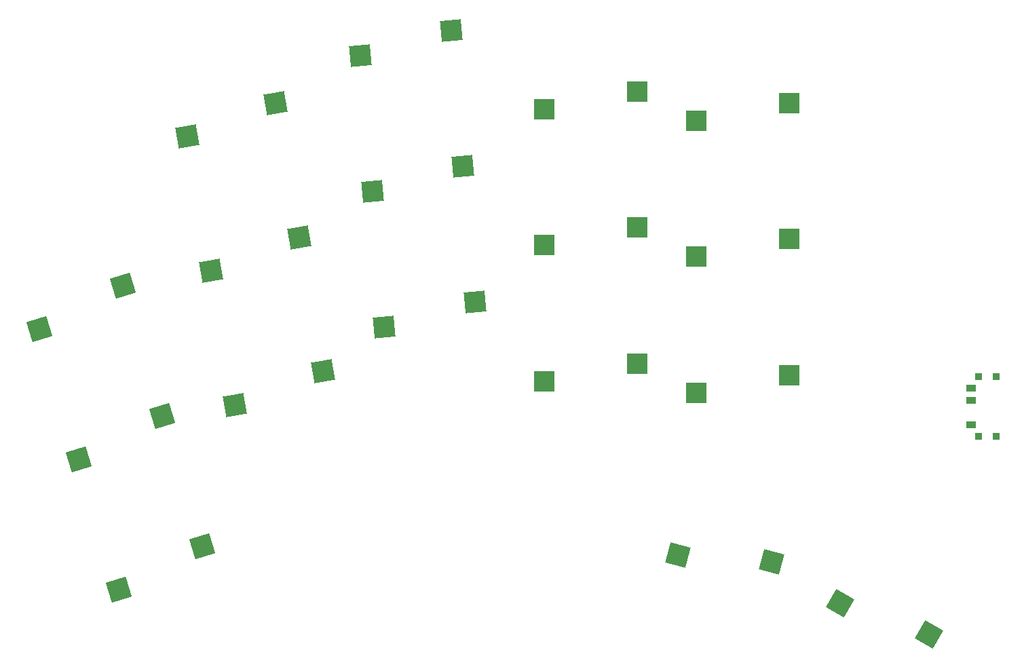
<source format=gtp>
%TF.GenerationSoftware,KiCad,Pcbnew,(6.0.4-0)*%
%TF.CreationDate,2022-04-27T15:29:03+02:00*%
%TF.ProjectId,duck-shorter-thumb,6475636b-2d73-4686-9f72-7465722d7468,v1.0.0*%
%TF.SameCoordinates,Original*%
%TF.FileFunction,Paste,Top*%
%TF.FilePolarity,Positive*%
%FSLAX46Y46*%
G04 Gerber Fmt 4.6, Leading zero omitted, Abs format (unit mm)*
G04 Created by KiCad (PCBNEW (6.0.4-0)) date 2022-04-27 15:29:03*
%MOMM*%
%LPD*%
G01*
G04 APERTURE LIST*
G04 Aperture macros list*
%AMRotRect*
0 Rectangle, with rotation*
0 The origin of the aperture is its center*
0 $1 length*
0 $2 width*
0 $3 Rotation angle, in degrees counterclockwise*
0 Add horizontal line*
21,1,$1,$2,0,0,$3*%
G04 Aperture macros list end*
%ADD10R,0.900000X0.900000*%
%ADD11R,1.250000X0.900000*%
%ADD12RotRect,2.600000X2.600000X10.000000*%
%ADD13RotRect,2.600000X2.600000X5.000000*%
%ADD14R,2.600000X2.600000*%
%ADD15RotRect,2.600000X2.600000X330.000000*%
%ADD16RotRect,2.600000X2.600000X17.000000*%
%ADD17RotRect,2.600000X2.600000X345.000000*%
G04 APERTURE END LIST*
D10*
%TO.C,T1*%
X161311087Y69616483D03*
X163511087Y77016483D03*
X163511087Y69616483D03*
X161311087Y77016483D03*
D11*
X160336087Y71066483D03*
X160336087Y74066483D03*
X160336087Y75566483D03*
%TD*%
D12*
%TO.C,S11*%
X73579149Y111173371D03*
X62586645Y107001157D03*
%TD*%
D13*
%TO.C,S15*%
X96965604Y103326961D03*
X85651298Y100128683D03*
%TD*%
D14*
%TO.C,S21*%
X118686087Y95636017D03*
X107136087Y93436017D03*
%TD*%
%TO.C,S29*%
X137652759Y111196289D03*
X126102759Y108996289D03*
%TD*%
D15*
%TO.C,S33*%
X155122715Y44875564D03*
X144020122Y48745308D03*
%TD*%
D12*
%TO.C,S7*%
X79483187Y77689907D03*
X68490683Y73517693D03*
%TD*%
D16*
%TO.C,S1*%
X64421967Y55904712D03*
X54019865Y50423948D03*
%TD*%
%TO.C,S5*%
X54481329Y88419074D03*
X44079227Y82938310D03*
%TD*%
D14*
%TO.C,S27*%
X137652759Y94196289D03*
X126102759Y91996289D03*
%TD*%
D12*
%TO.C,S9*%
X76531168Y94431639D03*
X65538664Y90259425D03*
%TD*%
D13*
%TO.C,S13*%
X98447252Y86391651D03*
X87132946Y83193373D03*
%TD*%
%TO.C,S17*%
X95483957Y120262271D03*
X84169651Y117063993D03*
%TD*%
D17*
%TO.C,S31*%
X135477263Y53938364D03*
X123751418Y54802687D03*
%TD*%
D16*
%TO.C,S3*%
X59451648Y72161893D03*
X49049546Y66681129D03*
%TD*%
D14*
%TO.C,S23*%
X118686087Y112636017D03*
X107136087Y110436017D03*
%TD*%
%TO.C,S25*%
X137652759Y77196289D03*
X126102759Y74996289D03*
%TD*%
%TO.C,S19*%
X118686087Y78636017D03*
X107136087Y76436017D03*
%TD*%
M02*

</source>
